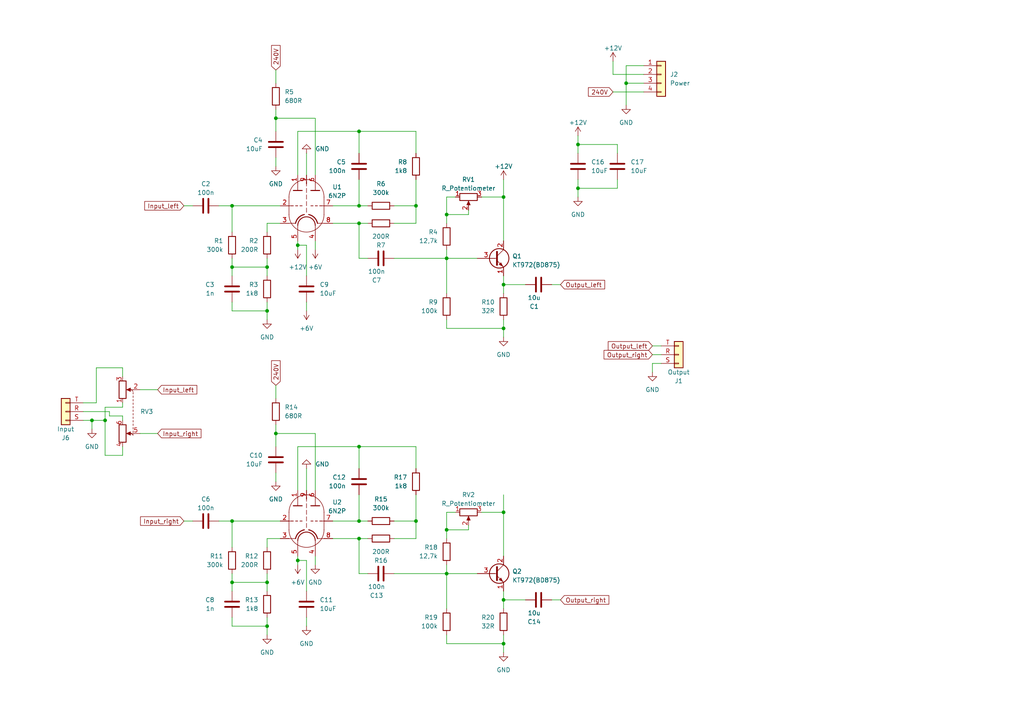
<source format=kicad_sch>
(kicad_sch (version 20230121) (generator eeschema)
  (paper "A4")
  (lib_symbols
    (symbol "Conn_01x03_1" (pin_names (offset 1.016) hide)
      (property "Reference" "J6" (at 0 7.62 0))
      (property "Value" "Input" (at 0 5.08 0))
      (symbol "Conn_01x03_1_1_1"
        (rectangle (start -1.27 -2.413) (end 0 -2.667) (stroke (width 0.1524)))
        (rectangle (start -1.27 0.127) (end 0 -0.127) (stroke (width 0.1524)))
        (rectangle (start -1.27 2.667) (end 0 2.413) (stroke (width 0.1524)))
        (rectangle (start -1.27 3.81) (end 1.27 -3.81) (stroke (width 0.254)) (fill (type background)))
        (pin passive line (at -5.08 0 0) (length 3.81) (name "R") (number "R"))
        (pin passive line (at -5.08 2.54 0) (length 3.81) (name "GND") (number "S"))
        (pin passive line (at -5.08 -2.54 0) (length 3.81) (name "L") (number "T"))
      )
    )
    (symbol "Connector_Generic:Conn_01x04" (pin_names (offset 1.016) hide)
      (property "Reference" "J" (at 0 5.08 0))
      (property "Value" "Conn_01x04" (at 0 -7.62 0))
      (symbol "Conn_01x04_1_1"
        (rectangle (start -1.27 -4.953) (end 0 -5.207) (stroke (width 0.1524)))
        (rectangle (start -1.27 -2.413) (end 0 -2.667) (stroke (width 0.1524)))
        (rectangle (start -1.27 0.127) (end 0 -0.127) (stroke (width 0.1524)))
        (rectangle (start -1.27 2.667) (end 0 2.413) (stroke (width 0.1524)))
        (rectangle (start -1.27 3.81) (end 1.27 -6.35) (stroke (width 0.254)) (fill (type background)))
        (pin passive line (at -5.08 2.54 0) (length 3.81) (name "Pin_1") (number "1"))
        (pin passive line (at -5.08 0 0) (length 3.81) (name "Pin_2") (number "2"))
        (pin passive line (at -5.08 -2.54 0) (length 3.81) (name "Pin_3") (number "3"))
        (pin passive line (at -5.08 -5.08 0) (length 3.81) (name "Pin_4") (number "4"))
      )
    )
    (symbol "Device:C" (pin_numbers hide) (pin_names (offset 0.254))
      (property "Reference" "C" (at 0.635 2.54 0))
      (property "Value" "C" (at 0.635 -2.54 0))
      (symbol "C_0_1"
        (polyline (pts (xy -2.032 -0.762) (xy 2.032 -0.762)) (stroke (width 0.508)))
        (polyline (pts (xy -2.032 0.762) (xy 2.032 0.762)) (stroke (width 0.508)))
      )
      (symbol "C_1_1"
        (pin passive line (at 0 3.81 270) (length 2.794) (name "~") (number "1"))
        (pin passive line (at 0 -3.81 90) (length 2.794) (name "~") (number "2"))
      )
    )
    (symbol "Device:R" (pin_numbers hide) (pin_names (offset 0))
      (property "Reference" "R" (at 2.032 0 90))
      (property "Value" "R" (at 0 0 90))
      (symbol "R_0_1"
        (rectangle (start -1.016 -2.54) (end 1.016 2.54) (stroke (width 0.254)))
      )
      (symbol "R_1_1"
        (pin passive line (at 0 3.81 270) (length 1.27) (name "~") (number "1"))
        (pin passive line (at 0 -3.81 90) (length 1.27) (name "~") (number "2"))
      )
    )
    (symbol "Device:R_Potentiometer" (pin_names (offset 1.016) hide)
      (property "Reference" "RV" (at -4.445 0 90))
      (property "Value" "R_Potentiometer" (at -2.54 0 90))
      (symbol "R_Potentiometer_0_1"
        (polyline (pts (xy 2.54 0) (xy 1.524 0)))
        (polyline (pts (xy 1.143 0) (xy 2.286 0.508) (xy 2.286 -0.508) (xy 1.143 0)) (fill (type outline)))
        (rectangle (start 1.016 2.54) (end -1.016 -2.54) (stroke (width 0.254)))
      )
      (symbol "R_Potentiometer_1_1"
        (pin passive line (at 0 3.81 270) (length 1.27) (name "1") (number "1"))
        (pin passive line (at 3.81 0 180) (length 1.27) (name "2") (number "2"))
        (pin passive line (at 0 -3.81 90) (length 1.27) (name "3") (number "3"))
      )
    )
    (symbol "Device:R_Potentiometer_Dual" (pin_names (offset 1.016) hide)
      (property "Reference" "RV3" (at 0 6.35 90))
      (symbol "R_Potentiometer_Dual_0_1"
        (rectangle (start -8.89 -1.524) (end -3.81 -3.556) (stroke (width 0.254)))
        (polyline (pts (xy -6.35 0) (xy -6.35 -1.016)))
        (polyline (pts (xy -6.35 0) (xy -6.35 -1.016)))
        (polyline (pts (xy -6.35 0) (xy -5.842 0.508)))
        (polyline (pts (xy -5.588 0.508) (xy -5.08 0.508)))
        (polyline (pts (xy -4.572 0.508) (xy -4.064 0.508)))
        (polyline (pts (xy -3.556 0.508) (xy -3.048 0.508)))
        (polyline (pts (xy -2.54 0.508) (xy -2.032 0.508)))
        (polyline (pts (xy -1.524 0.508) (xy -1.016 0.508)))
        (polyline (pts (xy -0.508 0.508) (xy 0 0.508)))
        (polyline (pts (xy 0.508 0.508) (xy 1.016 0.508)))
        (polyline (pts (xy 1.524 0.508) (xy 2.032 0.508)))
        (polyline (pts (xy 2.54 0.508) (xy 3.048 0.508)))
        (polyline (pts (xy 3.556 0.508) (xy 4.064 0.508)))
        (polyline (pts (xy 4.572 0.508) (xy 5.08 0.508)))
        (polyline (pts (xy 5.588 0.508) (xy 6.096 0.508)))
        (polyline (pts (xy 6.35 0) (xy 6.35 -1.016)))
        (polyline (pts (xy 6.35 0) (xy 6.35 -1.016)))
        (polyline (pts (xy 6.604 0.508) (xy 6.858 0.508) (xy 6.35 0)))
        (polyline (pts (xy -6.35 -1.397) (xy -6.858 -0.254) (xy -5.842 -0.254) (xy -6.35 -1.397)) (fill (type outline)))
        (polyline (pts (xy 6.35 -1.397) (xy 5.842 -0.254) (xy 6.858 -0.254) (xy 6.35 -1.397)) (fill (type outline)))
        (rectangle (start 3.81 -1.524) (end 8.89 -3.556) (stroke (width 0.254)))
      )
      (symbol "R_Potentiometer_Dual_1_1"
        (pin passive line (at -2.54 -2.54 180) (length 1.27) (name "1") (number "1"))
        (pin passive line (at -6.35 2.54 270) (length 2.54) (name "2") (number "2"))
        (pin passive line (at -10.16 -2.54 0) (length 1.27) (name "3") (number "3"))
        (pin passive line (at 10.16 -2.54 180) (length 1.27) (name "4") (number "4"))
        (pin passive line (at 6.35 2.54 270) (length 2.54) (name "5") (number "5"))
        (pin passive line (at 2.54 -2.54 0) (length 1.27) (name "6") (number "6"))
      )
    )
    (symbol "Transistor_BJT:BF457" (pin_names (offset 0) hide)
      (property "Reference" "Q" (at 5.08 1.905 0))
      (property "Value" "BF457" (at 5.08 0 0))
      (symbol "BF457_0_1"
        (polyline (pts (xy 0 0) (xy 0.635 0)))
        (polyline (pts (xy 0.635 0.635) (xy 2.54 2.54)))
        (polyline (pts (xy 0.635 -0.635) (xy 2.54 -2.54) (xy 2.54 -2.54)))
        (polyline (pts (xy 0.635 1.905) (xy 0.635 -1.905) (xy 0.635 -1.905)) (stroke (width 0.508)))
        (polyline (pts (xy 1.27 -1.778) (xy 1.778 -1.27) (xy 2.286 -2.286) (xy 1.27 -1.778) (xy 1.27 -1.778)) (fill (type outline)))
        (circle (center 1.27 0) (radius 2.8194) (stroke (width 0.254)))
      )
      (symbol "BF457_1_1"
        (pin passive line (at 2.54 -5.08 90) (length 2.54) (name "E") (number "1"))
        (pin passive line (at 2.54 5.08 270) (length 2.54) (name "C") (number "2"))
        (pin input line (at -5.08 0 0) (length 5.08) (name "B") (number "3"))
      )
    )
    (symbol "power:+12V" (power) (pin_names (offset 0))
      (property "Value" "+12V" (at 0 3.556 0))
      (symbol "+12V_0_1"
        (polyline (pts (xy -0.762 1.27) (xy 0 2.54)))
        (polyline (pts (xy 0 0) (xy 0 2.54)))
        (polyline (pts (xy 0 2.54) (xy 0.762 1.27)))
      )
      (symbol "+12V_1_1"
        (pin power_in line (at 0 0 90) (length 0) hide (name "+12V") (number "1"))
      )
    )
    (symbol "power:+6V" (power) (pin_names (offset 0))
      (property "Value" "+6V" (at 0 3.556 0))
      (symbol "+6V_0_1"
        (polyline (pts (xy -0.762 1.27) (xy 0 2.54)))
        (polyline (pts (xy 0 0) (xy 0 2.54)))
        (polyline (pts (xy 0 2.54) (xy 0.762 1.27)))
      )
      (symbol "+6V_1_1"
        (pin power_in line (at 0 0 90) (length 0) hide (name "+6V") (number "1"))
      )
    )
    (symbol "power:GND" (power) (pin_names (offset 0))
      (property "Value" "GND" (at 0 -3.81 0))
      (symbol "GND_0_1"
        (polyline (pts (xy 0 0) (xy 0 -1.27) (xy 1.27 -1.27) (xy 0 -2.54) (xy -1.27 -1.27) (xy 0 -1.27)))
      )
      (symbol "GND_1_1"
        (pin power_in line (at 0 0 270) (length 0) hide (name "GND") (number "1"))
      )
    )
    (symbol "spdf1626:6N2P" (pin_names (offset 0))
      (property "Reference" "U1" (at 8.89 5.4612 0))
      (property "Value" "6N2P" (at 8.89 2.9212 0))
      (symbol "6N2P_0_1"
        (arc (start -5.08 -2.54) (mid 0 -7.5979) (end 5.08 -2.54))
        (arc (start -0.635 -2.54) (mid -2.2911 -3.4239) (end -3.175 -5.08) (stroke (width 0.3)))
        (polyline (pts (xy -3.175 -5.08) (xy -5.08 -5.08)))
        (polyline (pts (xy -2.54 -7.62) (xy -2.54 -5.715)))
        (polyline (pts (xy -1.27 4.445) (xy -3.81 4.445)) (stroke (width 0.3)))
        (polyline (pts (xy 0 -1.905) (xy 0 -0.635)))
        (polyline (pts (xy 0 0) (xy 0 1.27)))
        (polyline (pts (xy 0 1.905) (xy 0 3.175)))
        (polyline (pts (xy 0 5.08) (xy 0 3.81)))
        (polyline (pts (xy 0 5.715) (xy 0 6.985)))
        (polyline (pts (xy 2.54 -7.62) (xy 2.54 -5.715)))
        (polyline (pts (xy 3.175 -5.08) (xy 5.08 -5.08)))
        (polyline (pts (xy 3.81 4.445) (xy 1.27 4.445)) (stroke (width 0.3)))
        (polyline (pts (xy -5.08 2.54) (xy -5.08 -2.54) (xy -5.08 -2.54)))
        (polyline (pts (xy 5.08 2.54) (xy 5.08 -2.54) (xy 5.08 -2.54)))
        (arc (start 3.175 -5.08) (mid 2.2913 -3.4237) (end 0.635 -2.54) (stroke (width 0.3)))
        (arc (start 5.08 2.54) (mid 0 7.5979) (end -5.08 2.54))
      )
      (symbol "6N2P_1_1"
        (polyline (pts (xy -4.445 0) (xy -5.08 0)))
        (polyline (pts (xy -3.81 0) (xy -4.445 0)) (stroke (width 0.2032)))
        (polyline (pts (xy -2.54 0) (xy -3.175 0)) (stroke (width 0.2032)))
        (polyline (pts (xy -2.54 4.445) (xy -2.54 6.985)))
        (polyline (pts (xy -1.27 0) (xy -1.905 0)) (stroke (width 0.2032)))
        (polyline (pts (xy 1.905 0) (xy 1.27 0)) (stroke (width 0.2032)))
        (polyline (pts (xy 2.54 4.445) (xy 2.54 6.985)))
        (polyline (pts (xy 3.175 0) (xy 2.54 0)) (stroke (width 0.2032)))
        (polyline (pts (xy 3.81 0) (xy 4.445 0)) (stroke (width 0.2032)))
        (polyline (pts (xy 5.08 0) (xy 4.445 0)))
        (arc (start 2.54 -5.715) (mid 0 -3.1974) (end -2.54 -5.715) (stroke (width 0.254)))
        (pin output line (at 2.54 8.89 270) (length 2.54) (name "") (number "1"))
        (pin input line (at 7.62 0 180) (length 2.54) (name "") (number "2"))
        (pin input line (at 7.62 -5.08 180) (length 2.54) (name "") (number "3"))
        (pin input line (at -2.54 -10.16 90) (length 2.54) (name "") (number "4"))
        (pin input line (at 2.54 -10.16 90) (length 2.54) (name "") (number "5"))
        (pin output line (at -2.54 8.89 270) (length 2.54) (name "") (number "6"))
        (pin input line (at -7.62 0 0) (length 2.54) (name "") (number "7"))
        (pin input line (at -7.62 -5.08 0) (length 2.54) (name "") (number "8"))
        (pin input line (at 0 8.89 270) (length 2.54) (name "") (number "9"))
      )
    )
  )
  (junction (at 67.31 77.47))
  (junction (at 104.14 129.54))
  (junction (at 146.05 186.69))
  (junction (at 77.47 90.17))
  (junction (at 129.54 74.93))
  (junction (at 104.14 156.21))
  (junction (at 146.05 57.15))
  (junction (at 146.05 148.59))
  (junction (at 77.47 181.61))
  (junction (at 77.47 77.47))
  (junction (at 67.31 168.91))
  (junction (at 146.05 173.99))
  (junction (at 146.05 82.55))
  (junction (at 86.36 71.12))
  (junction (at 129.54 153.67))
  (junction (at 30.48 121.92))
  (junction (at 129.54 166.37))
  (junction (at 104.14 59.69))
  (junction (at 120.65 151.13))
  (junction (at 67.31 59.69))
  (junction (at 26.67 121.92))
  (junction (at 80.01 125.73))
  (junction (at 77.47 168.91))
  (junction (at 129.54 62.23))
  (junction (at 67.31 151.13))
  (junction (at 120.65 59.69))
  (junction (at 104.14 38.1))
  (junction (at 86.36 162.56))
  (junction (at 104.14 64.77))
  (junction (at 167.64 41.91))
  (junction (at 181.61 24.13))
  (junction (at 104.14 151.13))
  (junction (at 167.64 54.61))
  (junction (at 146.05 95.25))
  (junction (at 80.01 34.29))
  (wire (pts (xy 30.48 118.11) (xy 30.48 121.92)))
  (wire (pts (xy 31.75 120.65) (xy 35.56 120.65)))
  (wire (pts (xy 104.14 129.54) (xy 120.65 129.54)))
  (wire (pts (xy 120.65 129.54) (xy 120.65 135.89)))
  (wire (pts (xy 104.14 38.1) (xy 120.65 38.1)))
  (wire (pts (xy 167.64 39.37) (xy 167.64 41.91)))
  (wire (pts (xy 146.05 95.25) (xy 146.05 97.79)))
  (wire (pts (xy 114.3 166.37) (xy 129.54 166.37)))
  (wire (pts (xy 35.56 109.22) (xy 35.56 106.68)))
  (wire (pts (xy 129.54 148.59) (xy 129.54 153.67)))
  (wire (pts (xy 106.68 74.93) (xy 104.14 74.93)))
  (wire (pts (xy 77.47 179.07) (xy 77.47 181.61)))
  (wire (pts (xy 96.52 156.21) (xy 104.14 156.21)))
  (wire (pts (xy 80.01 123.19) (xy 80.01 125.73)))
  (wire (pts (xy 146.05 57.15) (xy 146.05 69.85)))
  (wire (pts (xy 67.31 90.17) (xy 67.31 87.63)))
  (wire (pts (xy 88.9 171.45) (xy 88.9 162.56)))
  (wire (pts (xy 104.14 151.13) (xy 104.14 143.51)))
  (wire (pts (xy 146.05 184.15) (xy 146.05 186.69)))
  (wire (pts (xy 24.13 119.38) (xy 31.75 119.38)))
  (wire (pts (xy 146.05 186.69) (xy 129.54 186.69)))
  (wire (pts (xy 35.56 106.68) (xy 27.94 106.68)))
  (wire (pts (xy 129.54 62.23) (xy 129.54 64.77)))
  (wire (pts (xy 77.47 156.21) (xy 81.28 156.21)))
  (wire (pts (xy 88.9 71.12) (xy 86.36 71.12)))
  (wire (pts (xy 30.48 121.92) (xy 26.67 121.92)))
  (wire (pts (xy 77.47 181.61) (xy 77.47 184.15)))
  (wire (pts (xy 67.31 151.13) (xy 67.31 158.75)))
  (wire (pts (xy 77.47 158.75) (xy 77.47 156.21)))
  (wire (pts (xy 138.43 74.93) (xy 129.54 74.93)))
  (wire (pts (xy 146.05 95.25) (xy 129.54 95.25)))
  (wire (pts (xy 129.54 186.69) (xy 129.54 184.15)))
  (wire (pts (xy 67.31 168.91) (xy 77.47 168.91)))
  (wire (pts (xy 160.02 82.55) (xy 162.56 82.55)))
  (wire (pts (xy 86.36 162.56) (xy 86.36 163.83)))
  (wire (pts (xy 80.01 137.16) (xy 80.01 139.7)))
  (wire (pts (xy 35.56 116.84) (xy 35.56 118.11)))
  (wire (pts (xy 146.05 171.45) (xy 146.05 173.99)))
  (wire (pts (xy 77.47 166.37) (xy 77.47 168.91)))
  (wire (pts (xy 80.01 34.29) (xy 80.01 38.1)))
  (wire (pts (xy 177.8 26.67) (xy 186.69 26.67)))
  (wire (pts (xy 104.14 129.54) (xy 104.14 135.89)))
  (wire (pts (xy 91.44 161.29) (xy 91.44 163.83)))
  (wire (pts (xy 120.65 38.1) (xy 120.65 44.45)))
  (wire (pts (xy 167.64 41.91) (xy 167.64 44.45)))
  (wire (pts (xy 80.01 111.76) (xy 80.01 115.57)))
  (wire (pts (xy 80.01 31.75) (xy 80.01 34.29)))
  (wire (pts (xy 120.65 156.21) (xy 114.3 156.21)))
  (wire (pts (xy 67.31 77.47) (xy 77.47 77.47)))
  (wire (pts (xy 146.05 148.59) (xy 139.7 148.59)))
  (wire (pts (xy 186.69 21.59) (xy 177.8 21.59)))
  (wire (pts (xy 129.54 166.37) (xy 129.54 176.53)))
  (wire (pts (xy 67.31 151.13) (xy 81.28 151.13)))
  (wire (pts (xy 129.54 153.67) (xy 129.54 156.21)))
  (wire (pts (xy 135.89 60.96) (xy 135.89 62.23)))
  (wire (pts (xy 146.05 143.51) (xy 146.05 148.59)))
  (wire (pts (xy 91.44 34.29) (xy 80.01 34.29)))
  (wire (pts (xy 106.68 166.37) (xy 104.14 166.37)))
  (wire (pts (xy 31.75 119.38) (xy 31.75 120.65)))
  (wire (pts (xy 80.01 20.32) (xy 80.01 24.13)))
  (wire (pts (xy 88.9 179.07) (xy 88.9 181.61)))
  (wire (pts (xy 129.54 95.25) (xy 129.54 92.71)))
  (wire (pts (xy 35.56 118.11) (xy 30.48 118.11)))
  (wire (pts (xy 80.01 45.72) (xy 80.01 48.26)))
  (wire (pts (xy 67.31 166.37) (xy 67.31 168.91)))
  (wire (pts (xy 120.65 52.07) (xy 120.65 59.69)))
  (wire (pts (xy 189.23 102.87) (xy 191.77 102.87)))
  (wire (pts (xy 104.14 59.69) (xy 104.14 52.07)))
  (wire (pts (xy 129.54 74.93) (xy 129.54 85.09)))
  (wire (pts (xy 114.3 59.69) (xy 120.65 59.69)))
  (wire (pts (xy 86.36 161.29) (xy 86.36 162.56)))
  (wire (pts (xy 189.23 105.41) (xy 189.23 107.95)))
  (wire (pts (xy 129.54 166.37) (xy 129.54 163.83)))
  (wire (pts (xy 104.14 59.69) (xy 106.68 59.69)))
  (wire (pts (xy 120.65 64.77) (xy 114.3 64.77)))
  (wire (pts (xy 179.07 41.91) (xy 179.07 44.45)))
  (wire (pts (xy 146.05 173.99) (xy 152.4 173.99)))
  (wire (pts (xy 91.44 34.29) (xy 91.44 50.8)))
  (wire (pts (xy 120.65 151.13) (xy 120.65 156.21)))
  (wire (pts (xy 77.47 181.61) (xy 67.31 181.61)))
  (wire (pts (xy 104.14 156.21) (xy 106.68 156.21)))
  (wire (pts (xy 35.56 132.08) (xy 35.56 129.54)))
  (wire (pts (xy 86.36 50.8) (xy 86.36 38.1)))
  (wire (pts (xy 129.54 57.15) (xy 129.54 62.23)))
  (wire (pts (xy 86.36 69.85) (xy 86.36 71.12)))
  (wire (pts (xy 96.52 64.77) (xy 104.14 64.77)))
  (wire (pts (xy 104.14 166.37) (xy 104.14 156.21)))
  (wire (pts (xy 35.56 120.65) (xy 35.56 121.92)))
  (wire (pts (xy 181.61 24.13) (xy 181.61 19.05)))
  (wire (pts (xy 77.47 74.93) (xy 77.47 77.47)))
  (wire (pts (xy 135.89 153.67) (xy 129.54 153.67)))
  (wire (pts (xy 40.64 113.03) (xy 45.72 113.03)))
  (wire (pts (xy 138.43 166.37) (xy 129.54 166.37)))
  (wire (pts (xy 129.54 74.93) (xy 129.54 72.39)))
  (wire (pts (xy 114.3 151.13) (xy 120.65 151.13)))
  (wire (pts (xy 77.47 90.17) (xy 67.31 90.17)))
  (wire (pts (xy 53.34 59.69) (xy 55.88 59.69)))
  (wire (pts (xy 26.67 121.92) (xy 26.67 124.46)))
  (wire (pts (xy 27.94 116.84) (xy 24.13 116.84)))
  (wire (pts (xy 104.14 64.77) (xy 106.68 64.77)))
  (wire (pts (xy 181.61 24.13) (xy 186.69 24.13)))
  (wire (pts (xy 24.13 121.92) (xy 26.67 121.92)))
  (wire (pts (xy 146.05 52.07) (xy 146.05 57.15)))
  (wire (pts (xy 120.65 59.69) (xy 120.65 64.77)))
  (wire (pts (xy 132.08 57.15) (xy 129.54 57.15)))
  (wire (pts (xy 86.36 129.54) (xy 104.14 129.54)))
  (wire (pts (xy 104.14 151.13) (xy 106.68 151.13)))
  (wire (pts (xy 104.14 74.93) (xy 104.14 64.77)))
  (wire (pts (xy 88.9 87.63) (xy 88.9 90.17)))
  (wire (pts (xy 77.47 64.77) (xy 81.28 64.77)))
  (wire (pts (xy 146.05 186.69) (xy 146.05 189.23)))
  (wire (pts (xy 91.44 69.85) (xy 91.44 72.39)))
  (wire (pts (xy 104.14 38.1) (xy 104.14 44.45)))
  (wire (pts (xy 146.05 82.55) (xy 152.4 82.55)))
  (wire (pts (xy 191.77 105.41) (xy 189.23 105.41)))
  (wire (pts (xy 67.31 59.69) (xy 81.28 59.69)))
  (wire (pts (xy 67.31 181.61) (xy 67.31 179.07)))
  (wire (pts (xy 88.9 135.89) (xy 88.9 142.24)))
  (wire (pts (xy 96.52 151.13) (xy 104.14 151.13)))
  (wire (pts (xy 120.65 143.51) (xy 120.65 151.13)))
  (wire (pts (xy 146.05 80.01) (xy 146.05 82.55)))
  (wire (pts (xy 40.64 125.73) (xy 45.72 125.73)))
  (wire (pts (xy 146.05 148.59) (xy 146.05 161.29)))
  (wire (pts (xy 167.64 52.07) (xy 167.64 54.61)))
  (wire (pts (xy 63.5 59.69) (xy 67.31 59.69)))
  (wire (pts (xy 88.9 80.01) (xy 88.9 71.12)))
  (wire (pts (xy 160.02 173.99) (xy 162.56 173.99)))
  (wire (pts (xy 132.08 148.59) (xy 129.54 148.59)))
  (wire (pts (xy 167.64 54.61) (xy 179.07 54.61)))
  (wire (pts (xy 135.89 62.23) (xy 129.54 62.23)))
  (wire (pts (xy 146.05 82.55) (xy 146.05 85.09)))
  (wire (pts (xy 146.05 173.99) (xy 146.05 176.53)))
  (wire (pts (xy 167.64 41.91) (xy 179.07 41.91)))
  (wire (pts (xy 67.31 77.47) (xy 67.31 80.01)))
  (wire (pts (xy 30.48 121.92) (xy 30.48 132.08)))
  (wire (pts (xy 30.48 132.08) (xy 35.56 132.08)))
  (wire (pts (xy 88.9 44.45) (xy 88.9 50.8)))
  (wire (pts (xy 189.23 100.33) (xy 191.77 100.33)))
  (wire (pts (xy 63.5 151.13) (xy 67.31 151.13)))
  (wire (pts (xy 91.44 125.73) (xy 91.44 142.24)))
  (wire (pts (xy 86.36 38.1) (xy 104.14 38.1)))
  (wire (pts (xy 114.3 74.93) (xy 129.54 74.93)))
  (wire (pts (xy 67.31 59.69) (xy 67.31 67.31)))
  (wire (pts (xy 67.31 168.91) (xy 67.31 171.45)))
  (wire (pts (xy 77.47 87.63) (xy 77.47 90.17)))
  (wire (pts (xy 27.94 106.68) (xy 27.94 116.84)))
  (wire (pts (xy 167.64 54.61) (xy 167.64 57.15)))
  (wire (pts (xy 146.05 57.15) (xy 139.7 57.15)))
  (wire (pts (xy 77.47 77.47) (xy 77.47 80.01)))
  (wire (pts (xy 179.07 54.61) (xy 179.07 52.07)))
  (wire (pts (xy 181.61 30.48) (xy 181.61 24.13)))
  (wire (pts (xy 53.34 151.13) (xy 55.88 151.13)))
  (wire (pts (xy 135.89 152.4) (xy 135.89 153.67)))
  (wire (pts (xy 177.8 21.59) (xy 177.8 17.78)))
  (wire (pts (xy 77.47 90.17) (xy 77.47 92.71)))
  (wire (pts (xy 91.44 125.73) (xy 80.01 125.73)))
  (wire (pts (xy 80.01 125.73) (xy 80.01 129.54)))
  (wire (pts (xy 96.52 59.69) (xy 104.14 59.69)))
  (wire (pts (xy 88.9 162.56) (xy 86.36 162.56)))
  (wire (pts (xy 67.31 74.93) (xy 67.31 77.47)))
  (wire (pts (xy 86.36 142.24) (xy 86.36 129.54)))
  (wire (pts (xy 77.47 67.31) (xy 77.47 64.77)))
  (wire (pts (xy 77.47 168.91) (xy 77.47 171.45)))
  (wire (pts (xy 181.61 19.05) (xy 186.69 19.05)))
  (wire (pts (xy 86.36 71.12) (xy 86.36 72.39)))
  (wire (pts (xy 146.05 92.71) (xy 146.05 95.25)))
  (global_label "Output_left" (shape input) (at 162.56 82.55 0) (property "Intersheetrefs" "${INTERSHEET_REFS}" (effects hide)))
  (global_label "Input_right" (shape input) (at 53.34 151.13 180) (property "Intersheetrefs" "${INTERSHEET_REFS}" (effects hide)))
  (global_label "Output_right" (shape input) (at 162.56 173.99 0) (property "Intersheetrefs" "${INTERSHEET_REFS}" (effects hide)))
  (global_label "Input_right" (shape input) (at 45.72 125.73 0) (property "Intersheetrefs" "${INTERSHEET_REFS}" (effects hide)))
  (global_label "Output_right" (shape input) (at 189.23 102.87 180) (property "Intersheetrefs" "${INTERSHEET_REFS}" (effects hide)))
  (global_label "240V" (shape input) (at 177.8 26.67 180) (property "Intersheetrefs" "${INTERSHEET_REFS}" (effects hide)))
  (global_label "240V" (shape input) (at 80.01 111.76 90) (property "Intersheetrefs" "${INTERSHEET_REFS}" (effects hide)))
  (global_label "240V" (shape input) (at 80.01 20.32 90) (property "Intersheetrefs" "${INTERSHEET_REFS}" (effects hide)))
  (global_label "Input_left" (shape input) (at 53.34 59.69 180) (property "Intersheetrefs" "${INTERSHEET_REFS}" (effects hide)))
  (global_label "Input_left" (shape input) (at 45.72 113.03 0) (property "Intersheetrefs" "${INTERSHEET_REFS}" (effects hide)))
  (global_label "Output_left" (shape input) (at 189.23 100.33 180) (property "Intersheetrefs" "${INTERSHEET_REFS}" (effects hide)))
  (symbol (lib_id "Device:R") (at 80.01 119.38 180) (unit 1)
    (property "Reference" "R14" (at 82.55 118.11 0) (effects (justify right)))
    (property "Value" "680R" (at 82.55 120.65 0) (effects (justify right)))
    (property "Footprint" "spdf1626_lib:R_THT_025W" (effects hide))
  )
  (symbol (lib_id "Device:R_Potentiometer") (at 135.89 148.59 90) (mirror x) (unit 1)
    (property "Reference" "RV2" (at 135.89 143.51 90))
    (property "Value" "R_Potentiometer" (at 135.89 146.05 90))
    (property "Footprint" "spdf1626_lib:Potentiometer_THT_CA9V" (effects hide))
  )
  (symbol (lib_id "Device:R") (at 110.49 59.69 270) (mirror x) (unit 1)
    (property "Reference" "R6" (at 110.49 53.34 90))
    (property "Value" "300k" (at 110.49 55.88 90))
    (property "Footprint" "spdf1626_lib:R_THT_025W" (effects hide))
  )
  (symbol (lib_id "Device:R") (at 120.65 48.26 0) (mirror x) (unit 1)
    (property "Reference" "R8" (at 118.11 46.99 0) (effects (justify right)))
    (property "Value" "1k8" (at 118.11 49.53 0) (effects (justify right)))
    (property "Footprint" "spdf1626_lib:R_THT_025W" (effects hide))
  )
  (symbol (lib_id "power:GND") (at 77.47 184.15 0) (unit 1)
    (property "Reference" "#PWR013" (effects hide))
    (property "Value" "GND" (at 77.47 189.23 0))
  )
  (symbol (lib_id "Device:C") (at 156.21 82.55 90) (unit 1)
    (property "Reference" "C1" (at 154.94 88.9 90))
    (property "Value" "10u" (at 154.94 86.36 90))
    (property "Footprint" "spdf1626_lib:C_THT_K73-17_P7.00mm" (effects hide))
  )
  (symbol (lib_id "Device:C") (at 80.01 133.35 0) (mirror y) (unit 1)
    (property "Reference" "C10" (at 76.2 132.08 0) (effects (justify left)))
    (property "Value" "10uF" (at 76.2 134.6199 0) (effects (justify left)))
    (property "Footprint" "spdf1626_lib:C_THT_D10.0mm_P5.00mm" (effects hide))
  )
  (symbol (lib_id "Device:R") (at 77.47 83.82 0) (mirror x) (unit 1)
    (property "Reference" "R3" (at 74.93 82.55 0) (effects (justify right)))
    (property "Value" "1k8" (at 74.93 85.09 0) (effects (justify right)))
    (property "Footprint" "spdf1626_lib:R_THT_025W" (effects hide))
  )
  (symbol (lib_id "Device:C") (at 156.21 173.99 90) (unit 1)
    (property "Reference" "C14" (at 154.94 180.34 90))
    (property "Value" "10u" (at 154.94 177.8 90))
    (property "Footprint" "spdf1626_lib:C_THT_K73-17_P7.00mm" (effects hide))
  )
  (symbol (lib_id "Device:R") (at 129.54 160.02 0) (mirror x) (unit 1)
    (property "Reference" "R18" (at 127 158.75 0) (effects (justify right)))
    (property "Value" "12,7k" (at 127 161.29 0) (effects (justify right)))
    (property "Footprint" "spdf1626_lib:R_THT_025W" (effects hide))
  )
  (symbol (lib_id "Device:C") (at 88.9 175.26 0) (unit 1)
    (property "Reference" "C11" (at 92.71 173.9899 0) (effects (justify left)))
    (property "Value" "10uF" (at 92.71 176.5299 0) (effects (justify left)))
    (property "Footprint" "spdf1626_lib:C_THT_D5.0mm_P2.54mm" (effects hide))
  )
  (symbol (lib_id "power:GND") (at 91.44 163.83 0) (unit 1)
    (property "Reference" "#PWR020" (effects hide))
    (property "Value" "GND" (at 91.44 168.91 0))
  )
  (symbol (lib_id "Device:R") (at 110.49 156.21 270) (unit 1)
    (property "Reference" "R16" (at 110.49 162.56 90))
    (property "Value" "200R" (at 110.49 160.02 90))
    (property "Footprint" "spdf1626_lib:R_THT_025W" (effects hide))
  )
  (symbol (lib_id "power:GND") (at 146.05 97.79 0) (unit 1)
    (property "Reference" "#PWR09" (effects hide))
    (property "Value" "GND" (at 146.05 102.87 0))
  )
  (symbol (lib_id "spdf1626:6N2P") (at 88.9 59.69 0) (mirror y) (unit 1)
    (property "Reference" "U1" (at 97.79 54.2288 0))
    (property "Value" "6N2P" (at 97.79 56.7688 0))
    (property "Footprint" "spdf1626_lib:PinHeader_1x09_P2.54mm" (effects hide))
  )
  (symbol (lib_id "power:+6V") (at 88.9 90.17 180) (unit 1)
    (property "Reference" "#PWR04" (effects hide))
    (property "Value" "+6V" (at 88.9 95.25 0))
  )
  (symbol (lib_id "Device:R") (at 67.31 162.56 0) (mirror x) (unit 1)
    (property "Reference" "R11" (at 64.77 161.29 0) (effects (justify right)))
    (property "Value" "300k" (at 64.77 163.83 0) (effects (justify right)))
    (property "Footprint" "spdf1626_lib:R_THT_025W" (effects hide))
  )
  (symbol (lib_id "Device:C") (at 110.49 74.93 90) (unit 1)
    (property "Reference" "C7" (at 109.22 81.28 90))
    (property "Value" "100n" (at 109.22 78.74 90))
    (property "Footprint" "spdf1626_lib:C_THT_K73-17_P7.00mm" (effects hide))
  )
  (symbol (lib_name "Conn_01x03_1") (lib_id "Connector_Generic:Conn_01x03") (at 196.85 102.87 0) (mirror x) (unit 1)
    (property "Reference" "J1" (at 196.85 110.49 0))
    (property "Value" "Output" (at 196.85 107.95 0))
    (property "Footprint" "Connector_Audio:Jack_6.35mm_Neutrik_NMJ6HFD2-AU_Horizontal" (effects hide))
  )
  (symbol (lib_id "Device:C") (at 104.14 48.26 0) (mirror x) (unit 1)
    (property "Reference" "C5" (at 100.33 46.9899 0) (effects (justify right)))
    (property "Value" "100n" (at 100.33 49.5299 0) (effects (justify right)))
    (property "Footprint" "spdf1626_lib:C_THT_K73-17_P9.00mm" (effects hide))
  )
  (symbol (lib_id "Device:R") (at 77.47 175.26 0) (mirror x) (unit 1)
    (property "Reference" "R13" (at 74.93 173.99 0) (effects (justify right)))
    (property "Value" "1k8" (at 74.93 176.53 0) (effects (justify right)))
    (property "Footprint" "spdf1626_lib:R_THT_025W" (effects hide))
  )
  (symbol (lib_id "Connector_Generic:Conn_01x04") (at 191.77 21.59 0) (unit 1)
    (property "Reference" "J2" (at 194.31 21.5899 0) (effects (justify left)))
    (property "Value" "Power" (at 194.31 24.1299 0) (effects (justify left)))
    (property "Footprint" "spdf1626_lib:MCV_1,5_4-G-5.0_1x04_P5.0mm_Vertical" (effects hide))
  )
  (symbol (lib_id "power:GND") (at 146.05 189.23 0) (unit 1)
    (property "Reference" "#PWR022" (effects hide))
    (property "Value" "GND" (at 146.05 194.31 0))
  )
  (symbol (lib_id "Device:C") (at 104.14 139.7 0) (mirror x) (unit 1)
    (property "Reference" "C12" (at 100.33 138.4299 0) (effects (justify right)))
    (property "Value" "100n" (at 100.33 140.9699 0) (effects (justify right)))
    (property "Footprint" "spdf1626_lib:C_THT_K73-17_P9.00mm" (effects hide))
  )
  (symbol (lib_id "power:GND") (at 181.61 30.48 0) (unit 1)
    (property "Reference" "#PWR08" (effects hide))
    (property "Value" "GND" (at 181.61 35.56 0))
  )
  (symbol (lib_id "Device:C") (at 80.01 41.91 0) (mirror y) (unit 1)
    (property "Reference" "C4" (at 76.2 40.64 0) (effects (justify left)))
    (property "Value" "10uF" (at 76.2 43.1799 0) (effects (justify left)))
    (property "Footprint" "spdf1626_lib:C_THT_D10.0mm_P5.00mm" (effects hide))
  )
  (symbol (lib_id "Device:C") (at 88.9 83.82 0) (unit 1)
    (property "Reference" "C9" (at 92.71 82.5499 0) (effects (justify left)))
    (property "Value" "10uF" (at 92.71 85.0899 0) (effects (justify left)))
    (property "Footprint" "spdf1626_lib:C_THT_D5.0mm_P2.54mm" (effects hide))
  )
  (symbol (lib_id "power:+6V") (at 91.44 72.39 180) (unit 1)
    (property "Reference" "#PWR01" (effects hide))
    (property "Value" "+6V" (at 91.44 77.47 0))
  )
  (symbol (lib_id "Transistor_BJT:BF457") (at 143.51 74.93 0) (unit 1)
    (property "Reference" "Q1" (at 148.59 74.295 0) (effects (justify left)))
    (property "Value" "КТ972(BD875)" (at 148.59 76.835 0) (effects (justify left)))
    (property "Footprint" "Package_TO_SOT_THT:TO-126-3_Vertical" (effects hide))
    (property "Datasheet" "https://www.pcpaudio.com/pcpfiles/transistores/BF457-8-9.pdf" (effects hide))
  )
  (symbol (lib_id "Device:R") (at 110.49 151.13 270) (mirror x) (unit 1)
    (property "Reference" "R15" (at 110.49 144.78 90))
    (property "Value" "300k" (at 110.49 147.32 90))
    (property "Footprint" "spdf1626_lib:R_THT_025W" (effects hide))
  )
  (symbol (lib_id "power:GND") (at 80.01 139.7 0) (unit 1)
    (property "Reference" "#PWR015" (effects hide))
    (property "Value" "GND" (at 80.01 144.78 0))
  )
  (symbol (lib_id "power:GND") (at 80.01 48.26 0) (unit 1)
    (property "Reference" "#PWR03" (effects hide))
    (property "Value" "GND" (at 80.01 53.34 0))
  )
  (symbol (lib_id "Device:C") (at 67.31 175.26 0) (mirror y) (unit 1)
    (property "Reference" "C8" (at 62.23 173.99 0) (effects (justify left)))
    (property "Value" "1n" (at 62.23 176.5299 0) (effects (justify left)))
    (property "Footprint" "spdf1626_lib:C_THT_K73-17_P5.00mm" (effects hide))
  )
  (symbol (lib_id "Device:R") (at 77.47 71.12 0) (mirror x) (unit 1)
    (property "Reference" "R2" (at 74.93 69.85 0) (effects (justify right)))
    (property "Value" "200R" (at 74.93 72.39 0) (effects (justify right)))
    (property "Footprint" "spdf1626_lib:R_THT_025W" (effects hide))
  )
  (symbol (lib_name "Conn_01x03_1") (lib_id "Connector_Generic:Conn_01x03") (at 19.05 119.38 180) (unit 1)
    (property "Reference" "J6" (at 19.05 127 0))
    (property "Value" "Input" (at 19.05 124.46 0))
    (property "Footprint" "Connector_Audio:Jack_6.35mm_Neutrik_NMJ6HFD2-AU_Horizontal" (effects hide))
  )
  (symbol (lib_id "power:+12V") (at 146.05 52.07 0) (unit 1)
    (property "Reference" "#PWR011" (effects hide))
    (property "Value" "+12V" (at 146.05 48.26 0))
  )
  (symbol (lib_id "Device:R") (at 129.54 88.9 0) (mirror x) (unit 1)
    (property "Reference" "R9" (at 127 87.63 0) (effects (justify right)))
    (property "Value" "100k" (at 127 90.17 0) (effects (justify right)))
    (property "Footprint" "spdf1626_lib:R_THT_025W" (effects hide))
  )
  (symbol (lib_id "power:GND") (at 88.9 44.45 180) (unit 1)
    (property "Reference" "#PWR05" (effects hide))
    (property "Value" "GND" (at 91.44 43.1799 0) (effects (justify right)))
  )
  (symbol (lib_id "Device:R") (at 80.01 27.94 180) (unit 1)
    (property "Reference" "R5" (at 82.55 26.67 0) (effects (justify right)))
    (property "Value" "680R" (at 82.55 29.21 0) (effects (justify right)))
    (property "Footprint" "spdf1626_lib:R_THT_025W" (effects hide))
  )
  (symbol (lib_id "power:GND") (at 189.23 107.95 0) (unit 1)
    (property "Reference" "#PWR016" (effects hide))
    (property "Value" "GND" (at 189.23 113.03 0))
  )
  (symbol (lib_id "power:+12V") (at 167.64 39.37 0) (unit 1)
    (property "Reference" "#PWR010" (effects hide))
    (property "Value" "+12V" (at 167.64 35.56 0))
  )
  (symbol (lib_id "power:+12V") (at 177.8 17.78 0) (unit 1)
    (property "Reference" "#PWR07" (effects hide))
    (property "Value" "+12V" (at 177.8 13.97 0))
  )
  (symbol (lib_id "Device:R") (at 129.54 68.58 0) (mirror x) (unit 1)
    (property "Reference" "R4" (at 127 67.31 0) (effects (justify right)))
    (property "Value" "12,7k" (at 127 69.85 0) (effects (justify right)))
    (property "Footprint" "spdf1626_lib:R_THT_025W" (effects hide))
  )
  (symbol (lib_id "Device:C") (at 179.07 48.26 0) (unit 1)
    (property "Reference" "C17" (at 182.88 46.9899 0) (effects (justify left)))
    (property "Value" "10uF" (at 182.88 49.5299 0) (effects (justify left)))
    (property "Footprint" "spdf1626_lib:C_THT_D10.0mm_P5.00mm" (effects hide))
  )
  (symbol (lib_id "power:GND") (at 77.47 92.71 0) (unit 1)
    (property "Reference" "#PWR02" (effects hide))
    (property "Value" "GND" (at 77.47 97.79 0))
  )
  (symbol (lib_id "power:GND") (at 26.67 124.46 0) (unit 1)
    (property "Reference" "#PWR012" (effects hide))
    (property "Value" "GND" (at 26.67 129.54 0))
  )
  (symbol (lib_id "spdf1626:6N2P") (at 88.9 151.13 0) (mirror y) (unit 1)
    (property "Reference" "U2" (at 97.79 145.6688 0))
    (property "Value" "6N2P" (at 97.79 148.2088 0))
    (property "Footprint" "spdf1626_lib:PinHeader_1x09_P2.54mm" (effects hide))
  )
  (symbol (lib_id "power:+6V") (at 86.36 163.83 180) (unit 1)
    (property "Reference" "#PWR017" (effects hide))
    (property "Value" "+6V" (at 86.36 168.91 0))
  )
  (symbol (lib_id "Device:R") (at 146.05 88.9 0) (mirror x) (unit 1)
    (property "Reference" "R10" (at 143.51 87.63 0) (effects (justify right)))
    (property "Value" "32R" (at 143.51 90.17 0) (effects (justify right)))
    (property "Footprint" "spdf1626_lib:R_THT_025W" (effects hide))
  )
  (symbol (lib_id "Device:R") (at 110.49 64.77 270) (unit 1)
    (property "Reference" "R7" (at 110.49 71.12 90))
    (property "Value" "200R" (at 110.49 68.58 90))
    (property "Footprint" "spdf1626_lib:R_THT_025W" (effects hide))
  )
  (symbol (lib_id "Device:R") (at 120.65 139.7 0) (mirror x) (unit 1)
    (property "Reference" "R17" (at 118.11 138.43 0) (effects (justify right)))
    (property "Value" "1k8" (at 118.11 140.97 0) (effects (justify right)))
    (property "Footprint" "spdf1626_lib:R_THT_025W" (effects hide))
  )
  (symbol (lib_id "power:GND") (at 88.9 181.61 0) (unit 1)
    (property "Reference" "#PWR019" (effects hide))
    (property "Value" "GND" (at 88.9 186.69 0))
  )
  (symbol (lib_id "Device:R") (at 146.05 180.34 0) (mirror x) (unit 1)
    (property "Reference" "R20" (at 143.51 179.07 0) (effects (justify right)))
    (property "Value" "32R" (at 143.51 181.61 0) (effects (justify right)))
    (property "Footprint" "spdf1626_lib:R_THT_025W" (effects hide))
  )
  (symbol (lib_id "Device:R") (at 129.54 180.34 0) (mirror x) (unit 1)
    (property "Reference" "R19" (at 127 179.07 0) (effects (justify right)))
    (property "Value" "100k" (at 127 181.61 0) (effects (justify right)))
    (property "Footprint" "spdf1626_lib:R_THT_025W" (effects hide))
  )
  (symbol (lib_id "Device:R") (at 67.31 71.12 0) (mirror x) (unit 1)
    (property "Reference" "R1" (at 64.77 69.85 0) (effects (justify right)))
    (property "Value" "300k" (at 64.77 72.39 0) (effects (justify right)))
    (property "Footprint" "spdf1626_lib:R_THT_025W" (effects hide))
  )
  (symbol (lib_id "Device:R") (at 77.47 162.56 0) (mirror x) (unit 1)
    (property "Reference" "R12" (at 74.93 161.29 0) (effects (justify right)))
    (property "Value" "200R" (at 74.93 163.83 0) (effects (justify right)))
    (property "Footprint" "spdf1626_lib:R_THT_025W" (effects hide))
  )
  (symbol (lib_id "Device:C") (at 59.69 151.13 90) (mirror x) (unit 1)
    (property "Reference" "C6" (at 59.69 144.78 90))
    (property "Value" "100n" (at 59.69 147.32 90))
    (property "Footprint" "spdf1626_lib:C_THT_K73-17_P9.00mm" (effects hide))
  )
  (symbol (lib_id "power:+12V") (at 86.36 72.39 180) (unit 1)
    (property "Reference" "#PWR021" (effects hide))
    (property "Value" "+12V" (at 86.36 77.47 0))
  )
  (symbol (lib_id "Device:R_Potentiometer_Dual") (at 38.1 119.38 270) (unit 1)
    (property "Reference" "RV3" (at 44.45 119.38 90) (effects (justify right)))
    (property "Value" "R_Potentiometer_Dual" (effects hide))
    (property "Footprint" "Potentiometer_THT:Potentiometer_Piher_T-16H_Double_Horizontal" (effects hide))
  )
  (symbol (lib_id "power:GND") (at 88.9 135.89 180) (unit 1)
    (property "Reference" "#PWR018" (effects hide))
    (property "Value" "GND" (at 91.44 134.6199 0) (effects (justify right)))
  )
  (symbol (lib_id "power:GND") (at 167.64 57.15 0) (unit 1)
    (property "Reference" "#PWR026" (effects hide))
    (property "Value" "GND" (at 167.64 62.23 0))
  )
  (symbol (lib_id "Device:C") (at 110.49 166.37 90) (unit 1)
    (property "Reference" "C13" (at 109.22 172.72 90))
    (property "Value" "100n" (at 109.22 170.18 90))
    (property "Footprint" "spdf1626_lib:C_THT_K73-17_P7.00mm" (effects hide))
  )
  (symbol (lib_id "Device:R_Potentiometer") (at 135.89 57.15 90) (mirror x) (unit 1)
    (property "Reference" "RV1" (at 135.89 52.07 90))
    (property "Value" "R_Potentiometer" (at 135.89 54.61 90))
    (property "Footprint" "spdf1626_lib:Potentiometer_THT_CA9V" (effects hide))
  )
  (symbol (lib_id "Device:C") (at 59.69 59.69 90) (mirror x) (unit 1)
    (property "Reference" "C2" (at 59.69 53.34 90))
    (property "Value" "100n" (at 59.69 55.88 90))
    (property "Footprint" "spdf1626_lib:C_THT_K73-17_P9.00mm" (effects hide))
  )
  (symbol (lib_id "Device:C") (at 67.31 83.82 0) (mirror y) (unit 1)
    (property "Reference" "C3" (at 62.23 82.55 0) (effects (justify left)))
    (property "Value" "1n" (at 62.23 85.0899 0) (effects (justify left)))
    (property "Footprint" "spdf1626_lib:C_THT_K73-17_P5.00mm" (effects hide))
  )
  (symbol (lib_id "Device:C") (at 167.64 48.26 0) (unit 1)
    (property "Reference" "C16" (at 171.45 46.9899 0) (effects (justify left)))
    (property "Value" "10uF" (at 171.45 49.5299 0) (effects (justify left)))
    (property "Footprint" "spdf1626_lib:C_THT_D10.0mm_P5.00mm" (effects hide))
  )
  (symbol (lib_id "Transistor_BJT:BF457") (at 143.51 166.37 0) (unit 1)
    (property "Reference" "Q2" (at 148.59 165.735 0) (effects (justify left)))
    (property "Value" "КТ972(BD875)" (at 148.59 168.275 0) (effects (justify left)))
    (property "Footprint" "Package_TO_SOT_THT:TO-126-3_Vertical" (effects hide))
    (property "Datasheet" "https://www.pcpaudio.com/pcpfiles/transistores/BF457-8-9.pdf" (effects hide))
  )
)
</source>
